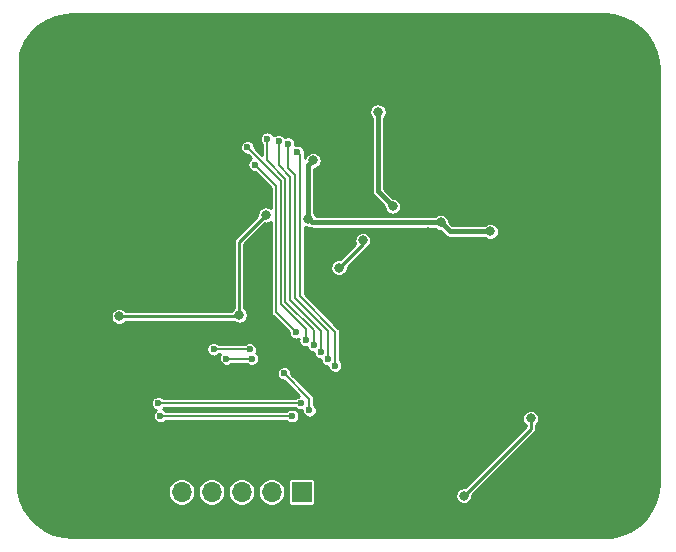
<source format=gbr>
%TF.GenerationSoftware,KiCad,Pcbnew,(5.1.6-0-10_14)*%
%TF.CreationDate,2021-02-23T09:24:48-06:00*%
%TF.ProjectId,MBFrontEnd,4d424672-6f6e-4744-956e-642e6b696361,rev?*%
%TF.SameCoordinates,Original*%
%TF.FileFunction,Copper,L2,Bot*%
%TF.FilePolarity,Positive*%
%FSLAX46Y46*%
G04 Gerber Fmt 4.6, Leading zero omitted, Abs format (unit mm)*
G04 Created by KiCad (PCBNEW (5.1.6-0-10_14)) date 2021-02-23 09:24:48*
%MOMM*%
%LPD*%
G01*
G04 APERTURE LIST*
%TA.AperFunction,ComponentPad*%
%ADD10C,6.400000*%
%TD*%
%TA.AperFunction,SMDPad,CuDef*%
%ADD11R,5.080000X2.420000*%
%TD*%
%TA.AperFunction,ViaPad*%
%ADD12C,0.970000*%
%TD*%
%TA.AperFunction,Conductor*%
%ADD13R,0.950000X0.460000*%
%TD*%
%TA.AperFunction,ComponentPad*%
%ADD14R,1.700000X1.700000*%
%TD*%
%TA.AperFunction,ComponentPad*%
%ADD15O,1.700000X1.700000*%
%TD*%
%TA.AperFunction,ViaPad*%
%ADD16C,0.800000*%
%TD*%
%TA.AperFunction,ViaPad*%
%ADD17C,0.600000*%
%TD*%
%TA.AperFunction,Conductor*%
%ADD18C,0.400000*%
%TD*%
%TA.AperFunction,Conductor*%
%ADD19C,0.250000*%
%TD*%
%TA.AperFunction,Conductor*%
%ADD20C,0.200000*%
%TD*%
%TA.AperFunction,Conductor*%
%ADD21C,0.254000*%
%TD*%
G04 APERTURE END LIST*
D10*
%TO.P,REF\u002A\u002A,1*%
%TO.N,GND*%
X60000000Y-110000000D03*
%TD*%
%TO.P,REF\u002A\u002A,1*%
%TO.N,GND*%
X105000000Y-110000000D03*
%TD*%
%TO.P,REF\u002A\u002A,1*%
%TO.N,GND*%
X60000000Y-145000000D03*
%TD*%
%TO.P,REF\u002A\u002A,1*%
%TO.N,GND*%
X105000000Y-144780000D03*
%TD*%
D11*
%TO.P,J1,2*%
%TO.N,GND*%
X57980000Y-117620000D03*
X57980000Y-126380000D03*
D12*
%TD*%
%TO.N,GND*%
%TO.C,J1*%
X61420000Y-117620000D03*
%TO.N,GND*%
%TO.C,J1*%
X61420000Y-126380000D03*
D13*
X60970000Y-117620000D03*
X60970000Y-126380000D03*
%TD*%
%TO.N,GND*%
%TO.C,J2*%
X103980000Y-117620000D03*
X103980000Y-126380000D03*
D12*
X103530000Y-117620000D03*
X103530000Y-126380000D03*
D11*
%TD*%
%TO.P,J2,2*%
%TO.N,GND*%
X106970000Y-117620000D03*
%TO.P,J2,2*%
%TO.N,GND*%
X106970000Y-126380000D03*
%TD*%
D14*
%TO.P,J3,1*%
%TO.N,Net-(J3-Pad1)*%
X79390000Y-145800000D03*
D15*
%TO.P,J3,2*%
%TO.N,Net-(J3-Pad2)*%
X76850000Y-145800000D03*
%TO.P,J3,3*%
%TO.N,Net-(J3-Pad3)*%
X74310000Y-145800000D03*
%TO.P,J3,4*%
%TO.N,+5V*%
X71770000Y-145800000D03*
%TO.P,J3,5*%
%TO.N,+3V3*%
X69230000Y-145800000D03*
%TO.P,J3,6*%
%TO.N,GND*%
X66690000Y-145800000D03*
%TD*%
D16*
%TO.N,GND*%
X67190000Y-132400000D03*
X61850000Y-137170000D03*
X83810000Y-116980000D03*
X87910000Y-116940000D03*
X85660000Y-146210000D03*
X91405000Y-139755000D03*
X68470000Y-134230000D03*
X80350000Y-126360000D03*
X81787500Y-115012500D03*
X83840000Y-120980000D03*
X88050000Y-120940000D03*
X92270000Y-126040000D03*
X67790000Y-114020000D03*
X97870000Y-132720000D03*
X99807500Y-130837500D03*
X97740000Y-144430000D03*
X87250000Y-126470000D03*
X79000000Y-113390000D03*
X92270000Y-114510000D03*
X89940000Y-114490000D03*
X68440000Y-111690000D03*
X90120000Y-123820000D03*
X92270000Y-119030000D03*
X76340000Y-128190000D03*
X70450000Y-128210000D03*
X69390000Y-123320000D03*
X70260000Y-120130000D03*
%TO.N,+5V*%
X87120000Y-121610000D03*
X85860000Y-113620000D03*
%TO.N,-5V*%
X95380000Y-123750000D03*
X93130000Y-146130000D03*
X98790000Y-139580000D03*
X91159998Y-122980000D03*
X80360000Y-117730000D03*
%TO.N,Net-(R3-Pad1)*%
X84580000Y-124510000D03*
X82560000Y-126820000D03*
%TO.N,GND*%
X68170000Y-136300000D03*
X74780000Y-136120000D03*
X75390000Y-143400002D03*
%TO.N,-5V*%
X79940054Y-122700000D03*
D17*
%TO.N,Net-(J3-Pad1)*%
X67250000Y-138279996D03*
X79349999Y-138280000D03*
%TO.N,Net-(J3-Pad2)*%
X67440000Y-139380000D03*
X78590000Y-139370001D03*
D16*
%TO.N,+3V3*%
X63945000Y-130930000D03*
X76380000Y-122350000D03*
X74100002Y-130830000D03*
D17*
%TO.N,Net-(U2-Pad20)*%
X74800000Y-116620000D03*
X79760000Y-132941570D03*
%TO.N,Net-(U2-Pad19)*%
X76484134Y-115897068D03*
X80430700Y-133377666D03*
%TO.N,Net-(U2-Pad17)*%
X77454749Y-116100275D03*
X81030710Y-133980000D03*
%TO.N,Net-(U2-Pad16)*%
X78228656Y-116310126D03*
X81630720Y-134570000D03*
%TO.N,Net-(U2-Pad15)*%
X79020000Y-117020000D03*
X82230730Y-135120000D03*
%TO.N,Net-(U2-Pad1)*%
X75428234Y-118096778D03*
X78920000Y-132280000D03*
%TO.N,Net-(R11-Pad1)*%
X80060000Y-138890000D03*
X77909979Y-135763496D03*
%TO.N,Net-(JP2-Pad1)*%
X75005483Y-133736568D03*
X71960000Y-133720000D03*
%TO.N,Net-(JP1-Pad1)*%
X75190000Y-134515000D03*
X73027763Y-134515375D03*
%TD*%
D18*
%TO.N,GND*%
X99870000Y-132720000D02*
X99870000Y-130980000D01*
D19*
%TO.N,-5V*%
X93130000Y-146130000D02*
X98810000Y-140450000D01*
X98810000Y-139600000D02*
X98790000Y-139580000D01*
X98810000Y-140450000D02*
X98810000Y-139600000D01*
D18*
X91929998Y-123750000D02*
X91159998Y-122980000D01*
X95380000Y-123750000D02*
X91929998Y-123750000D01*
X91159998Y-122980000D02*
X80267500Y-122980000D01*
X79960001Y-118129999D02*
X80360000Y-117730000D01*
X80267500Y-122980000D02*
X79960001Y-122672501D01*
X79960001Y-122672501D02*
X79960001Y-118129999D01*
%TO.N,+5V*%
X85860000Y-120350000D02*
X85860000Y-113620000D01*
X87120000Y-121610000D02*
X85860000Y-120350000D01*
D19*
%TO.N,Net-(R3-Pad1)*%
X84580000Y-124800000D02*
X82560000Y-126820000D01*
X84580000Y-124510000D02*
X84580000Y-124800000D01*
D20*
%TO.N,Net-(J3-Pad1)*%
X67250000Y-138279996D02*
X79349995Y-138279996D01*
X79349995Y-138279996D02*
X79349999Y-138280000D01*
%TO.N,Net-(J3-Pad2)*%
X78580001Y-139380000D02*
X78590000Y-139370001D01*
X67440000Y-139380000D02*
X78580001Y-139380000D01*
D19*
%TO.N,+3V3*%
X74000002Y-130930000D02*
X74100002Y-130830000D01*
X63945000Y-130930000D02*
X74000002Y-130930000D01*
X74100002Y-124629998D02*
X76380000Y-122350000D01*
X74100002Y-130830000D02*
X74100002Y-124629998D01*
D20*
%TO.N,Net-(U2-Pad20)*%
X77620011Y-129900011D02*
X79760000Y-132040000D01*
X79760000Y-132040000D02*
X79760000Y-132941570D01*
X77620011Y-119440011D02*
X77620011Y-129900011D01*
X74800000Y-116620000D02*
X77620011Y-119440011D01*
%TO.N,Net-(U2-Pad19)*%
X76484134Y-115897068D02*
X76484134Y-117738434D01*
X78020022Y-119274322D02*
X78020022Y-129714322D01*
X76484134Y-117738434D02*
X78020022Y-119274322D01*
X78020022Y-129714322D02*
X80430700Y-132125000D01*
X80430700Y-132125000D02*
X80430700Y-133377666D01*
%TO.N,Net-(U2-Pad17)*%
X78440022Y-129568622D02*
X81030710Y-132159310D01*
X77454749Y-116100275D02*
X77454749Y-118143349D01*
X81030710Y-132159310D02*
X81030710Y-133980000D01*
X77454749Y-118143349D02*
X78440022Y-119128622D01*
X78440022Y-119128622D02*
X78440022Y-129568622D01*
%TO.N,Net-(U2-Pad16)*%
X78840033Y-118962933D02*
X78840033Y-129402933D01*
X78228656Y-118351556D02*
X78840033Y-118962933D01*
X78840033Y-129402933D02*
X81630720Y-132193620D01*
X78228656Y-116310126D02*
X78228656Y-118351556D01*
X81630720Y-132193620D02*
X81630720Y-134570000D01*
%TO.N,Net-(U2-Pad15)*%
X82230730Y-132227930D02*
X82230730Y-135120000D01*
X79240044Y-129237244D02*
X82230730Y-132227930D01*
X79020000Y-117020000D02*
X79240044Y-117240044D01*
X79240044Y-117240044D02*
X79240044Y-129237244D01*
%TO.N,Net-(U2-Pad1)*%
X78920000Y-132280000D02*
X77220001Y-130580001D01*
X77220001Y-119888545D02*
X75428234Y-118096778D01*
X77220001Y-130580001D02*
X77220001Y-119888545D01*
%TO.N,Net-(R11-Pad1)*%
X80060000Y-137913517D02*
X77909979Y-135763496D01*
X80060000Y-138890000D02*
X80060000Y-137913517D01*
%TO.N,Net-(JP2-Pad1)*%
X71976568Y-133736568D02*
X71960000Y-133720000D01*
X75005483Y-133736568D02*
X71976568Y-133736568D01*
%TO.N,Net-(JP1-Pad1)*%
X73294998Y-134515000D02*
X73290000Y-134510002D01*
X75190000Y-134515000D02*
X73294998Y-134515000D01*
%TD*%
D21*
%TO.N,GND*%
G36*
X105822842Y-105426835D02*
G01*
X106619675Y-105644824D01*
X107365312Y-106000476D01*
X108036187Y-106482548D01*
X108611087Y-107075798D01*
X109071846Y-107761481D01*
X109403902Y-108517924D01*
X109597404Y-109323916D01*
X109648000Y-110012911D01*
X109648001Y-144984317D01*
X109573165Y-145822842D01*
X109355176Y-146619673D01*
X108999523Y-147365315D01*
X108517452Y-148036187D01*
X107924202Y-148611087D01*
X107238519Y-149071846D01*
X106482076Y-149403902D01*
X105676084Y-149597404D01*
X104987089Y-149648000D01*
X60015672Y-149648000D01*
X59177158Y-149573165D01*
X58380327Y-149355176D01*
X57634685Y-148999523D01*
X56963813Y-148517452D01*
X56388913Y-147924202D01*
X55928154Y-147238519D01*
X55596098Y-146482076D01*
X55404515Y-145684076D01*
X68053000Y-145684076D01*
X68053000Y-145915924D01*
X68098231Y-146143318D01*
X68186956Y-146357519D01*
X68315764Y-146550294D01*
X68479706Y-146714236D01*
X68672481Y-146843044D01*
X68886682Y-146931769D01*
X69114076Y-146977000D01*
X69345924Y-146977000D01*
X69573318Y-146931769D01*
X69787519Y-146843044D01*
X69980294Y-146714236D01*
X70144236Y-146550294D01*
X70273044Y-146357519D01*
X70361769Y-146143318D01*
X70407000Y-145915924D01*
X70407000Y-145684076D01*
X70593000Y-145684076D01*
X70593000Y-145915924D01*
X70638231Y-146143318D01*
X70726956Y-146357519D01*
X70855764Y-146550294D01*
X71019706Y-146714236D01*
X71212481Y-146843044D01*
X71426682Y-146931769D01*
X71654076Y-146977000D01*
X71885924Y-146977000D01*
X72113318Y-146931769D01*
X72327519Y-146843044D01*
X72520294Y-146714236D01*
X72684236Y-146550294D01*
X72813044Y-146357519D01*
X72901769Y-146143318D01*
X72947000Y-145915924D01*
X72947000Y-145684076D01*
X73133000Y-145684076D01*
X73133000Y-145915924D01*
X73178231Y-146143318D01*
X73266956Y-146357519D01*
X73395764Y-146550294D01*
X73559706Y-146714236D01*
X73752481Y-146843044D01*
X73966682Y-146931769D01*
X74194076Y-146977000D01*
X74425924Y-146977000D01*
X74653318Y-146931769D01*
X74867519Y-146843044D01*
X75060294Y-146714236D01*
X75224236Y-146550294D01*
X75353044Y-146357519D01*
X75441769Y-146143318D01*
X75487000Y-145915924D01*
X75487000Y-145684076D01*
X75673000Y-145684076D01*
X75673000Y-145915924D01*
X75718231Y-146143318D01*
X75806956Y-146357519D01*
X75935764Y-146550294D01*
X76099706Y-146714236D01*
X76292481Y-146843044D01*
X76506682Y-146931769D01*
X76734076Y-146977000D01*
X76965924Y-146977000D01*
X77193318Y-146931769D01*
X77407519Y-146843044D01*
X77600294Y-146714236D01*
X77764236Y-146550294D01*
X77893044Y-146357519D01*
X77981769Y-146143318D01*
X78027000Y-145915924D01*
X78027000Y-145684076D01*
X77981769Y-145456682D01*
X77893044Y-145242481D01*
X77764236Y-145049706D01*
X77664530Y-144950000D01*
X78211418Y-144950000D01*
X78211418Y-146650000D01*
X78217732Y-146714103D01*
X78236430Y-146775743D01*
X78266794Y-146832550D01*
X78307657Y-146882343D01*
X78357450Y-146923206D01*
X78414257Y-146953570D01*
X78475897Y-146972268D01*
X78540000Y-146978582D01*
X80240000Y-146978582D01*
X80304103Y-146972268D01*
X80365743Y-146953570D01*
X80422550Y-146923206D01*
X80472343Y-146882343D01*
X80513206Y-146832550D01*
X80543570Y-146775743D01*
X80562268Y-146714103D01*
X80568582Y-146650000D01*
X80568582Y-146058397D01*
X92403000Y-146058397D01*
X92403000Y-146201603D01*
X92430938Y-146342058D01*
X92485741Y-146474364D01*
X92565302Y-146593436D01*
X92666564Y-146694698D01*
X92785636Y-146774259D01*
X92917942Y-146829062D01*
X93058397Y-146857000D01*
X93201603Y-146857000D01*
X93342058Y-146829062D01*
X93474364Y-146774259D01*
X93593436Y-146694698D01*
X93694698Y-146593436D01*
X93774259Y-146474364D01*
X93829062Y-146342058D01*
X93857000Y-146201603D01*
X93857000Y-146058397D01*
X93854317Y-146044906D01*
X99113906Y-140785318D01*
X99131159Y-140771159D01*
X99187643Y-140702333D01*
X99229614Y-140623810D01*
X99255460Y-140538607D01*
X99262000Y-140472205D01*
X99262000Y-140472204D01*
X99264187Y-140450001D01*
X99262000Y-140427796D01*
X99262000Y-140136134D01*
X99354698Y-140043436D01*
X99434259Y-139924364D01*
X99489062Y-139792058D01*
X99517000Y-139651603D01*
X99517000Y-139508397D01*
X99489062Y-139367942D01*
X99434259Y-139235636D01*
X99354698Y-139116564D01*
X99253436Y-139015302D01*
X99134364Y-138935741D01*
X99002058Y-138880938D01*
X98861603Y-138853000D01*
X98718397Y-138853000D01*
X98577942Y-138880938D01*
X98445636Y-138935741D01*
X98326564Y-139015302D01*
X98225302Y-139116564D01*
X98145741Y-139235636D01*
X98090938Y-139367942D01*
X98063000Y-139508397D01*
X98063000Y-139651603D01*
X98090938Y-139792058D01*
X98145741Y-139924364D01*
X98225302Y-140043436D01*
X98326564Y-140144698D01*
X98358000Y-140165703D01*
X98358000Y-140262776D01*
X93215094Y-145405683D01*
X93201603Y-145403000D01*
X93058397Y-145403000D01*
X92917942Y-145430938D01*
X92785636Y-145485741D01*
X92666564Y-145565302D01*
X92565302Y-145666564D01*
X92485741Y-145785636D01*
X92430938Y-145917942D01*
X92403000Y-146058397D01*
X80568582Y-146058397D01*
X80568582Y-144950000D01*
X80562268Y-144885897D01*
X80543570Y-144824257D01*
X80513206Y-144767450D01*
X80472343Y-144717657D01*
X80422550Y-144676794D01*
X80365743Y-144646430D01*
X80304103Y-144627732D01*
X80240000Y-144621418D01*
X78540000Y-144621418D01*
X78475897Y-144627732D01*
X78414257Y-144646430D01*
X78357450Y-144676794D01*
X78307657Y-144717657D01*
X78266794Y-144767450D01*
X78236430Y-144824257D01*
X78217732Y-144885897D01*
X78211418Y-144950000D01*
X77664530Y-144950000D01*
X77600294Y-144885764D01*
X77407519Y-144756956D01*
X77193318Y-144668231D01*
X76965924Y-144623000D01*
X76734076Y-144623000D01*
X76506682Y-144668231D01*
X76292481Y-144756956D01*
X76099706Y-144885764D01*
X75935764Y-145049706D01*
X75806956Y-145242481D01*
X75718231Y-145456682D01*
X75673000Y-145684076D01*
X75487000Y-145684076D01*
X75441769Y-145456682D01*
X75353044Y-145242481D01*
X75224236Y-145049706D01*
X75060294Y-144885764D01*
X74867519Y-144756956D01*
X74653318Y-144668231D01*
X74425924Y-144623000D01*
X74194076Y-144623000D01*
X73966682Y-144668231D01*
X73752481Y-144756956D01*
X73559706Y-144885764D01*
X73395764Y-145049706D01*
X73266956Y-145242481D01*
X73178231Y-145456682D01*
X73133000Y-145684076D01*
X72947000Y-145684076D01*
X72901769Y-145456682D01*
X72813044Y-145242481D01*
X72684236Y-145049706D01*
X72520294Y-144885764D01*
X72327519Y-144756956D01*
X72113318Y-144668231D01*
X71885924Y-144623000D01*
X71654076Y-144623000D01*
X71426682Y-144668231D01*
X71212481Y-144756956D01*
X71019706Y-144885764D01*
X70855764Y-145049706D01*
X70726956Y-145242481D01*
X70638231Y-145456682D01*
X70593000Y-145684076D01*
X70407000Y-145684076D01*
X70361769Y-145456682D01*
X70273044Y-145242481D01*
X70144236Y-145049706D01*
X69980294Y-144885764D01*
X69787519Y-144756956D01*
X69573318Y-144668231D01*
X69345924Y-144623000D01*
X69114076Y-144623000D01*
X68886682Y-144668231D01*
X68672481Y-144756956D01*
X68479706Y-144885764D01*
X68315764Y-145049706D01*
X68186956Y-145242481D01*
X68098231Y-145456682D01*
X68053000Y-145684076D01*
X55404515Y-145684076D01*
X55402596Y-145676084D01*
X55352000Y-144987089D01*
X55352000Y-138218242D01*
X66623000Y-138218242D01*
X66623000Y-138341750D01*
X66647095Y-138462885D01*
X66694360Y-138576992D01*
X66762977Y-138679685D01*
X66850311Y-138767019D01*
X66953004Y-138835636D01*
X67059876Y-138879904D01*
X67040311Y-138892977D01*
X66952977Y-138980311D01*
X66884360Y-139083004D01*
X66837095Y-139197111D01*
X66813000Y-139318246D01*
X66813000Y-139441754D01*
X66837095Y-139562889D01*
X66884360Y-139676996D01*
X66952977Y-139779689D01*
X67040311Y-139867023D01*
X67143004Y-139935640D01*
X67257111Y-139982905D01*
X67378246Y-140007000D01*
X67501754Y-140007000D01*
X67622889Y-139982905D01*
X67736996Y-139935640D01*
X67839689Y-139867023D01*
X67899712Y-139807000D01*
X78140287Y-139807000D01*
X78190311Y-139857024D01*
X78293004Y-139925641D01*
X78407111Y-139972906D01*
X78528246Y-139997001D01*
X78651754Y-139997001D01*
X78772889Y-139972906D01*
X78886996Y-139925641D01*
X78989689Y-139857024D01*
X79077023Y-139769690D01*
X79145640Y-139666997D01*
X79192905Y-139552890D01*
X79217000Y-139431755D01*
X79217000Y-139308247D01*
X79192905Y-139187112D01*
X79145640Y-139073005D01*
X79077023Y-138970312D01*
X78989689Y-138882978D01*
X78886996Y-138814361D01*
X78772889Y-138767096D01*
X78651754Y-138743001D01*
X78528246Y-138743001D01*
X78407111Y-138767096D01*
X78293004Y-138814361D01*
X78190311Y-138882978D01*
X78120289Y-138953000D01*
X67899712Y-138953000D01*
X67839689Y-138892977D01*
X67736996Y-138824360D01*
X67630124Y-138780092D01*
X67649689Y-138767019D01*
X67709712Y-138706996D01*
X78890283Y-138706996D01*
X78950310Y-138767023D01*
X79053003Y-138835640D01*
X79167110Y-138882905D01*
X79288245Y-138907000D01*
X79411753Y-138907000D01*
X79433000Y-138902774D01*
X79433000Y-138951754D01*
X79457095Y-139072889D01*
X79504360Y-139186996D01*
X79572977Y-139289689D01*
X79660311Y-139377023D01*
X79763004Y-139445640D01*
X79877111Y-139492905D01*
X79998246Y-139517000D01*
X80121754Y-139517000D01*
X80242889Y-139492905D01*
X80356996Y-139445640D01*
X80459689Y-139377023D01*
X80547023Y-139289689D01*
X80615640Y-139186996D01*
X80662905Y-139072889D01*
X80687000Y-138951754D01*
X80687000Y-138828246D01*
X80662905Y-138707111D01*
X80615640Y-138593004D01*
X80547023Y-138490311D01*
X80487000Y-138430288D01*
X80487000Y-137934484D01*
X80489065Y-137913517D01*
X80487000Y-137892550D01*
X80487000Y-137892539D01*
X80480822Y-137829810D01*
X80456405Y-137749321D01*
X80437948Y-137714790D01*
X80416755Y-137675140D01*
X80376768Y-137626416D01*
X80376764Y-137626412D01*
X80363395Y-137610122D01*
X80347105Y-137596753D01*
X78536979Y-135786628D01*
X78536979Y-135701742D01*
X78512884Y-135580607D01*
X78465619Y-135466500D01*
X78397002Y-135363807D01*
X78309668Y-135276473D01*
X78206975Y-135207856D01*
X78092868Y-135160591D01*
X77971733Y-135136496D01*
X77848225Y-135136496D01*
X77727090Y-135160591D01*
X77612983Y-135207856D01*
X77510290Y-135276473D01*
X77422956Y-135363807D01*
X77354339Y-135466500D01*
X77307074Y-135580607D01*
X77282979Y-135701742D01*
X77282979Y-135825250D01*
X77307074Y-135946385D01*
X77354339Y-136060492D01*
X77422956Y-136163185D01*
X77510290Y-136250519D01*
X77612983Y-136319136D01*
X77727090Y-136366401D01*
X77848225Y-136390496D01*
X77933111Y-136390496D01*
X79210983Y-137668368D01*
X79167110Y-137677095D01*
X79053003Y-137724360D01*
X78950310Y-137792977D01*
X78890291Y-137852996D01*
X67709712Y-137852996D01*
X67649689Y-137792973D01*
X67546996Y-137724356D01*
X67432889Y-137677091D01*
X67311754Y-137652996D01*
X67188246Y-137652996D01*
X67067111Y-137677091D01*
X66953004Y-137724356D01*
X66850311Y-137792973D01*
X66762977Y-137880307D01*
X66694360Y-137983000D01*
X66647095Y-138097107D01*
X66623000Y-138218242D01*
X55352000Y-138218242D01*
X55352000Y-133658246D01*
X71333000Y-133658246D01*
X71333000Y-133781754D01*
X71357095Y-133902889D01*
X71404360Y-134016996D01*
X71472977Y-134119689D01*
X71560311Y-134207023D01*
X71663004Y-134275640D01*
X71777111Y-134322905D01*
X71898246Y-134347000D01*
X72021754Y-134347000D01*
X72142889Y-134322905D01*
X72256996Y-134275640D01*
X72359689Y-134207023D01*
X72403144Y-134163568D01*
X72508746Y-134163568D01*
X72472123Y-134218379D01*
X72424858Y-134332486D01*
X72400763Y-134453621D01*
X72400763Y-134577129D01*
X72424858Y-134698264D01*
X72472123Y-134812371D01*
X72540740Y-134915064D01*
X72628074Y-135002398D01*
X72730767Y-135071015D01*
X72844874Y-135118280D01*
X72966009Y-135142375D01*
X73089517Y-135142375D01*
X73210652Y-135118280D01*
X73324759Y-135071015D01*
X73427452Y-135002398D01*
X73487850Y-134942000D01*
X74730288Y-134942000D01*
X74790311Y-135002023D01*
X74893004Y-135070640D01*
X75007111Y-135117905D01*
X75128246Y-135142000D01*
X75251754Y-135142000D01*
X75372889Y-135117905D01*
X75486996Y-135070640D01*
X75589689Y-135002023D01*
X75677023Y-134914689D01*
X75745640Y-134811996D01*
X75792905Y-134697889D01*
X75817000Y-134576754D01*
X75817000Y-134453246D01*
X75792905Y-134332111D01*
X75745640Y-134218004D01*
X75677023Y-134115311D01*
X75589689Y-134027977D01*
X75569128Y-134014239D01*
X75608388Y-133919457D01*
X75632483Y-133798322D01*
X75632483Y-133674814D01*
X75608388Y-133553679D01*
X75561123Y-133439572D01*
X75492506Y-133336879D01*
X75405172Y-133249545D01*
X75302479Y-133180928D01*
X75188372Y-133133663D01*
X75067237Y-133109568D01*
X74943729Y-133109568D01*
X74822594Y-133133663D01*
X74708487Y-133180928D01*
X74605794Y-133249545D01*
X74545771Y-133309568D01*
X72436280Y-133309568D01*
X72359689Y-133232977D01*
X72256996Y-133164360D01*
X72142889Y-133117095D01*
X72021754Y-133093000D01*
X71898246Y-133093000D01*
X71777111Y-133117095D01*
X71663004Y-133164360D01*
X71560311Y-133232977D01*
X71472977Y-133320311D01*
X71404360Y-133423004D01*
X71357095Y-133537111D01*
X71333000Y-133658246D01*
X55352000Y-133658246D01*
X55352000Y-130858397D01*
X63218000Y-130858397D01*
X63218000Y-131001603D01*
X63245938Y-131142058D01*
X63300741Y-131274364D01*
X63380302Y-131393436D01*
X63481564Y-131494698D01*
X63600636Y-131574259D01*
X63732942Y-131629062D01*
X63873397Y-131657000D01*
X64016603Y-131657000D01*
X64157058Y-131629062D01*
X64289364Y-131574259D01*
X64408436Y-131494698D01*
X64509698Y-131393436D01*
X64517339Y-131382000D01*
X73623868Y-131382000D01*
X73636566Y-131394698D01*
X73755638Y-131474259D01*
X73887944Y-131529062D01*
X74028399Y-131557000D01*
X74171605Y-131557000D01*
X74312060Y-131529062D01*
X74444366Y-131474259D01*
X74563438Y-131394698D01*
X74664700Y-131293436D01*
X74744261Y-131174364D01*
X74799064Y-131042058D01*
X74827002Y-130901603D01*
X74827002Y-130758397D01*
X74799064Y-130617942D01*
X74744261Y-130485636D01*
X74664700Y-130366564D01*
X74563438Y-130265302D01*
X74552002Y-130257661D01*
X74552002Y-124817221D01*
X76294908Y-123074317D01*
X76308397Y-123077000D01*
X76451603Y-123077000D01*
X76592058Y-123049062D01*
X76724364Y-122994259D01*
X76793002Y-122948397D01*
X76793001Y-130559034D01*
X76790936Y-130580001D01*
X76793001Y-130600968D01*
X76793001Y-130600978D01*
X76799179Y-130663707D01*
X76823596Y-130744196D01*
X76831187Y-130758397D01*
X76863246Y-130818377D01*
X76891008Y-130852205D01*
X76916606Y-130883396D01*
X76932901Y-130896769D01*
X78293000Y-132256869D01*
X78293000Y-132341754D01*
X78317095Y-132462889D01*
X78364360Y-132576996D01*
X78432977Y-132679689D01*
X78520311Y-132767023D01*
X78623004Y-132835640D01*
X78737111Y-132882905D01*
X78858246Y-132907000D01*
X78981754Y-132907000D01*
X79102889Y-132882905D01*
X79135034Y-132869590D01*
X79133000Y-132879816D01*
X79133000Y-133003324D01*
X79157095Y-133124459D01*
X79204360Y-133238566D01*
X79272977Y-133341259D01*
X79360311Y-133428593D01*
X79463004Y-133497210D01*
X79577111Y-133544475D01*
X79698246Y-133568570D01*
X79821754Y-133568570D01*
X79830402Y-133566850D01*
X79875060Y-133674662D01*
X79943677Y-133777355D01*
X80031011Y-133864689D01*
X80133704Y-133933306D01*
X80247811Y-133980571D01*
X80368946Y-134004666D01*
X80403710Y-134004666D01*
X80403710Y-134041754D01*
X80427805Y-134162889D01*
X80475070Y-134276996D01*
X80543687Y-134379689D01*
X80631021Y-134467023D01*
X80733714Y-134535640D01*
X80847821Y-134582905D01*
X80968956Y-134607000D01*
X81003720Y-134607000D01*
X81003720Y-134631754D01*
X81027815Y-134752889D01*
X81075080Y-134866996D01*
X81143697Y-134969689D01*
X81231031Y-135057023D01*
X81333724Y-135125640D01*
X81447831Y-135172905D01*
X81568966Y-135197000D01*
X81606763Y-135197000D01*
X81627825Y-135302889D01*
X81675090Y-135416996D01*
X81743707Y-135519689D01*
X81831041Y-135607023D01*
X81933734Y-135675640D01*
X82047841Y-135722905D01*
X82168976Y-135747000D01*
X82292484Y-135747000D01*
X82413619Y-135722905D01*
X82527726Y-135675640D01*
X82630419Y-135607023D01*
X82717753Y-135519689D01*
X82786370Y-135416996D01*
X82833635Y-135302889D01*
X82857730Y-135181754D01*
X82857730Y-135058246D01*
X82833635Y-134937111D01*
X82786370Y-134823004D01*
X82717753Y-134720311D01*
X82657730Y-134660288D01*
X82657730Y-132248897D01*
X82659795Y-132227930D01*
X82657730Y-132206963D01*
X82657730Y-132206952D01*
X82651552Y-132144223D01*
X82627135Y-132063734D01*
X82617906Y-132046468D01*
X82587486Y-131989553D01*
X82547498Y-131940829D01*
X82547494Y-131940825D01*
X82534125Y-131924535D01*
X82517836Y-131911167D01*
X79667044Y-129060376D01*
X79667044Y-126748397D01*
X81833000Y-126748397D01*
X81833000Y-126891603D01*
X81860938Y-127032058D01*
X81915741Y-127164364D01*
X81995302Y-127283436D01*
X82096564Y-127384698D01*
X82215636Y-127464259D01*
X82347942Y-127519062D01*
X82488397Y-127547000D01*
X82631603Y-127547000D01*
X82772058Y-127519062D01*
X82904364Y-127464259D01*
X83023436Y-127384698D01*
X83124698Y-127283436D01*
X83204259Y-127164364D01*
X83259062Y-127032058D01*
X83287000Y-126891603D01*
X83287000Y-126748397D01*
X83284317Y-126734907D01*
X84822965Y-125196260D01*
X84924364Y-125154259D01*
X85043436Y-125074698D01*
X85144698Y-124973436D01*
X85224259Y-124854364D01*
X85279062Y-124722058D01*
X85307000Y-124581603D01*
X85307000Y-124438397D01*
X85279062Y-124297942D01*
X85224259Y-124165636D01*
X85144698Y-124046564D01*
X85043436Y-123945302D01*
X84924364Y-123865741D01*
X84792058Y-123810938D01*
X84651603Y-123783000D01*
X84508397Y-123783000D01*
X84367942Y-123810938D01*
X84235636Y-123865741D01*
X84116564Y-123945302D01*
X84015302Y-124046564D01*
X83935741Y-124165636D01*
X83880938Y-124297942D01*
X83853000Y-124438397D01*
X83853000Y-124581603D01*
X83880938Y-124722058D01*
X83921293Y-124819483D01*
X82645093Y-126095683D01*
X82631603Y-126093000D01*
X82488397Y-126093000D01*
X82347942Y-126120938D01*
X82215636Y-126175741D01*
X82096564Y-126255302D01*
X81995302Y-126356564D01*
X81915741Y-126475636D01*
X81860938Y-126607942D01*
X81833000Y-126748397D01*
X79667044Y-126748397D01*
X79667044Y-123373815D01*
X79727996Y-123399062D01*
X79868451Y-123427000D01*
X79985825Y-123427000D01*
X80064850Y-123469239D01*
X80164190Y-123499374D01*
X80241619Y-123507000D01*
X80241621Y-123507000D01*
X80267499Y-123509549D01*
X80293377Y-123507000D01*
X90658864Y-123507000D01*
X90696562Y-123544698D01*
X90815634Y-123624259D01*
X90947940Y-123679062D01*
X91088395Y-123707000D01*
X91141709Y-123707000D01*
X91539047Y-124104339D01*
X91555550Y-124124448D01*
X91635796Y-124190304D01*
X91727348Y-124239239D01*
X91826688Y-124269374D01*
X91904117Y-124277000D01*
X91904119Y-124277000D01*
X91929997Y-124279549D01*
X91955875Y-124277000D01*
X94878866Y-124277000D01*
X94916564Y-124314698D01*
X95035636Y-124394259D01*
X95167942Y-124449062D01*
X95308397Y-124477000D01*
X95451603Y-124477000D01*
X95592058Y-124449062D01*
X95724364Y-124394259D01*
X95843436Y-124314698D01*
X95944698Y-124213436D01*
X96024259Y-124094364D01*
X96079062Y-123962058D01*
X96107000Y-123821603D01*
X96107000Y-123678397D01*
X96079062Y-123537942D01*
X96024259Y-123405636D01*
X95944698Y-123286564D01*
X95843436Y-123185302D01*
X95724364Y-123105741D01*
X95592058Y-123050938D01*
X95451603Y-123023000D01*
X95308397Y-123023000D01*
X95167942Y-123050938D01*
X95035636Y-123105741D01*
X94916564Y-123185302D01*
X94878866Y-123223000D01*
X92148288Y-123223000D01*
X91886998Y-122961711D01*
X91886998Y-122908397D01*
X91859060Y-122767942D01*
X91804257Y-122635636D01*
X91724696Y-122516564D01*
X91623434Y-122415302D01*
X91504362Y-122335741D01*
X91372056Y-122280938D01*
X91231601Y-122253000D01*
X91088395Y-122253000D01*
X90947940Y-122280938D01*
X90815634Y-122335741D01*
X90696562Y-122415302D01*
X90658864Y-122453000D01*
X80624643Y-122453000D01*
X80584313Y-122355636D01*
X80504752Y-122236564D01*
X80487001Y-122218813D01*
X80487001Y-118445981D01*
X80572058Y-118429062D01*
X80704364Y-118374259D01*
X80823436Y-118294698D01*
X80924698Y-118193436D01*
X81004259Y-118074364D01*
X81059062Y-117942058D01*
X81087000Y-117801603D01*
X81087000Y-117658397D01*
X81059062Y-117517942D01*
X81004259Y-117385636D01*
X80924698Y-117266564D01*
X80823436Y-117165302D01*
X80704364Y-117085741D01*
X80572058Y-117030938D01*
X80431603Y-117003000D01*
X80288397Y-117003000D01*
X80147942Y-117030938D01*
X80015636Y-117085741D01*
X79896564Y-117165302D01*
X79795302Y-117266564D01*
X79715741Y-117385636D01*
X79667044Y-117503201D01*
X79667044Y-117261010D01*
X79669109Y-117240043D01*
X79667044Y-117219076D01*
X79667044Y-117219066D01*
X79660866Y-117156337D01*
X79643531Y-117099194D01*
X79647000Y-117081754D01*
X79647000Y-116958246D01*
X79622905Y-116837111D01*
X79575640Y-116723004D01*
X79507023Y-116620311D01*
X79419689Y-116532977D01*
X79316996Y-116464360D01*
X79202889Y-116417095D01*
X79081754Y-116393000D01*
X78958246Y-116393000D01*
X78847056Y-116415117D01*
X78855656Y-116371880D01*
X78855656Y-116248372D01*
X78831561Y-116127237D01*
X78784296Y-116013130D01*
X78715679Y-115910437D01*
X78628345Y-115823103D01*
X78525652Y-115754486D01*
X78411545Y-115707221D01*
X78290410Y-115683126D01*
X78166902Y-115683126D01*
X78045767Y-115707221D01*
X77967788Y-115739521D01*
X77941772Y-115700586D01*
X77854438Y-115613252D01*
X77751745Y-115544635D01*
X77637638Y-115497370D01*
X77516503Y-115473275D01*
X77392995Y-115473275D01*
X77271860Y-115497370D01*
X77157753Y-115544635D01*
X77055060Y-115613252D01*
X77048112Y-115620200D01*
X77039774Y-115600072D01*
X76971157Y-115497379D01*
X76883823Y-115410045D01*
X76781130Y-115341428D01*
X76667023Y-115294163D01*
X76545888Y-115270068D01*
X76422380Y-115270068D01*
X76301245Y-115294163D01*
X76187138Y-115341428D01*
X76084445Y-115410045D01*
X75997111Y-115497379D01*
X75928494Y-115600072D01*
X75881229Y-115714179D01*
X75857134Y-115835314D01*
X75857134Y-115958822D01*
X75881229Y-116079957D01*
X75928494Y-116194064D01*
X75997111Y-116296757D01*
X76057134Y-116356780D01*
X76057135Y-117273266D01*
X75427000Y-116643132D01*
X75427000Y-116558246D01*
X75402905Y-116437111D01*
X75355640Y-116323004D01*
X75287023Y-116220311D01*
X75199689Y-116132977D01*
X75096996Y-116064360D01*
X74982889Y-116017095D01*
X74861754Y-115993000D01*
X74738246Y-115993000D01*
X74617111Y-116017095D01*
X74503004Y-116064360D01*
X74400311Y-116132977D01*
X74312977Y-116220311D01*
X74244360Y-116323004D01*
X74197095Y-116437111D01*
X74173000Y-116558246D01*
X74173000Y-116681754D01*
X74197095Y-116802889D01*
X74244360Y-116916996D01*
X74312977Y-117019689D01*
X74400311Y-117107023D01*
X74503004Y-117175640D01*
X74617111Y-117222905D01*
X74738246Y-117247000D01*
X74823132Y-117247000D01*
X75122865Y-117546733D01*
X75028545Y-117609755D01*
X74941211Y-117697089D01*
X74872594Y-117799782D01*
X74825329Y-117913889D01*
X74801234Y-118035024D01*
X74801234Y-118158532D01*
X74825329Y-118279667D01*
X74872594Y-118393774D01*
X74941211Y-118496467D01*
X75028545Y-118583801D01*
X75131238Y-118652418D01*
X75245345Y-118699683D01*
X75366480Y-118723778D01*
X75451366Y-118723778D01*
X76793002Y-120065416D01*
X76793002Y-121751603D01*
X76724364Y-121705741D01*
X76592058Y-121650938D01*
X76451603Y-121623000D01*
X76308397Y-121623000D01*
X76167942Y-121650938D01*
X76035636Y-121705741D01*
X75916564Y-121785302D01*
X75815302Y-121886564D01*
X75735741Y-122005636D01*
X75680938Y-122137942D01*
X75653000Y-122278397D01*
X75653000Y-122421603D01*
X75655683Y-122435092D01*
X73796098Y-124294679D01*
X73778844Y-124308839D01*
X73722360Y-124377665D01*
X73680388Y-124456189D01*
X73654542Y-124541391D01*
X73645815Y-124629998D01*
X73648003Y-124652213D01*
X73648002Y-130257661D01*
X73636566Y-130265302D01*
X73535304Y-130366564D01*
X73460845Y-130478000D01*
X64517339Y-130478000D01*
X64509698Y-130466564D01*
X64408436Y-130365302D01*
X64289364Y-130285741D01*
X64157058Y-130230938D01*
X64016603Y-130203000D01*
X63873397Y-130203000D01*
X63732942Y-130230938D01*
X63600636Y-130285741D01*
X63481564Y-130365302D01*
X63380302Y-130466564D01*
X63300741Y-130585636D01*
X63245938Y-130717942D01*
X63218000Y-130858397D01*
X55352000Y-130858397D01*
X55352000Y-130473681D01*
X55521365Y-113548397D01*
X85133000Y-113548397D01*
X85133000Y-113691603D01*
X85160938Y-113832058D01*
X85215741Y-113964364D01*
X85295302Y-114083436D01*
X85333001Y-114121135D01*
X85333000Y-120324119D01*
X85330451Y-120350000D01*
X85333000Y-120375880D01*
X85340626Y-120453309D01*
X85370761Y-120552649D01*
X85419696Y-120644202D01*
X85485552Y-120724448D01*
X85505666Y-120740955D01*
X86393000Y-121628290D01*
X86393000Y-121681603D01*
X86420938Y-121822058D01*
X86475741Y-121954364D01*
X86555302Y-122073436D01*
X86656564Y-122174698D01*
X86775636Y-122254259D01*
X86907942Y-122309062D01*
X87048397Y-122337000D01*
X87191603Y-122337000D01*
X87332058Y-122309062D01*
X87464364Y-122254259D01*
X87583436Y-122174698D01*
X87684698Y-122073436D01*
X87764259Y-121954364D01*
X87819062Y-121822058D01*
X87847000Y-121681603D01*
X87847000Y-121538397D01*
X87819062Y-121397942D01*
X87764259Y-121265636D01*
X87684698Y-121146564D01*
X87583436Y-121045302D01*
X87464364Y-120965741D01*
X87332058Y-120910938D01*
X87191603Y-120883000D01*
X87138290Y-120883000D01*
X86387000Y-120131711D01*
X86387000Y-114121134D01*
X86424698Y-114083436D01*
X86504259Y-113964364D01*
X86559062Y-113832058D01*
X86587000Y-113691603D01*
X86587000Y-113548397D01*
X86559062Y-113407942D01*
X86504259Y-113275636D01*
X86424698Y-113156564D01*
X86323436Y-113055302D01*
X86204364Y-112975741D01*
X86072058Y-112920938D01*
X85931603Y-112893000D01*
X85788397Y-112893000D01*
X85647942Y-112920938D01*
X85515636Y-112975741D01*
X85396564Y-113055302D01*
X85295302Y-113156564D01*
X85215741Y-113275636D01*
X85160938Y-113407942D01*
X85133000Y-113548397D01*
X55521365Y-113548397D01*
X55570357Y-108652530D01*
X55644824Y-108380325D01*
X56000476Y-107634688D01*
X56482548Y-106963813D01*
X57075798Y-106388913D01*
X57761481Y-105928154D01*
X58517924Y-105596098D01*
X59323916Y-105402596D01*
X60012911Y-105352000D01*
X104984328Y-105352000D01*
X105822842Y-105426835D01*
G37*
X105822842Y-105426835D02*
X106619675Y-105644824D01*
X107365312Y-106000476D01*
X108036187Y-106482548D01*
X108611087Y-107075798D01*
X109071846Y-107761481D01*
X109403902Y-108517924D01*
X109597404Y-109323916D01*
X109648000Y-110012911D01*
X109648001Y-144984317D01*
X109573165Y-145822842D01*
X109355176Y-146619673D01*
X108999523Y-147365315D01*
X108517452Y-148036187D01*
X107924202Y-148611087D01*
X107238519Y-149071846D01*
X106482076Y-149403902D01*
X105676084Y-149597404D01*
X104987089Y-149648000D01*
X60015672Y-149648000D01*
X59177158Y-149573165D01*
X58380327Y-149355176D01*
X57634685Y-148999523D01*
X56963813Y-148517452D01*
X56388913Y-147924202D01*
X55928154Y-147238519D01*
X55596098Y-146482076D01*
X55404515Y-145684076D01*
X68053000Y-145684076D01*
X68053000Y-145915924D01*
X68098231Y-146143318D01*
X68186956Y-146357519D01*
X68315764Y-146550294D01*
X68479706Y-146714236D01*
X68672481Y-146843044D01*
X68886682Y-146931769D01*
X69114076Y-146977000D01*
X69345924Y-146977000D01*
X69573318Y-146931769D01*
X69787519Y-146843044D01*
X69980294Y-146714236D01*
X70144236Y-146550294D01*
X70273044Y-146357519D01*
X70361769Y-146143318D01*
X70407000Y-145915924D01*
X70407000Y-145684076D01*
X70593000Y-145684076D01*
X70593000Y-145915924D01*
X70638231Y-146143318D01*
X70726956Y-146357519D01*
X70855764Y-146550294D01*
X71019706Y-146714236D01*
X71212481Y-146843044D01*
X71426682Y-146931769D01*
X71654076Y-146977000D01*
X71885924Y-146977000D01*
X72113318Y-146931769D01*
X72327519Y-146843044D01*
X72520294Y-146714236D01*
X72684236Y-146550294D01*
X72813044Y-146357519D01*
X72901769Y-146143318D01*
X72947000Y-145915924D01*
X72947000Y-145684076D01*
X73133000Y-145684076D01*
X73133000Y-145915924D01*
X73178231Y-146143318D01*
X73266956Y-146357519D01*
X73395764Y-146550294D01*
X73559706Y-146714236D01*
X73752481Y-146843044D01*
X73966682Y-146931769D01*
X74194076Y-146977000D01*
X74425924Y-146977000D01*
X74653318Y-146931769D01*
X74867519Y-146843044D01*
X75060294Y-146714236D01*
X75224236Y-146550294D01*
X75353044Y-146357519D01*
X75441769Y-146143318D01*
X75487000Y-145915924D01*
X75487000Y-145684076D01*
X75673000Y-145684076D01*
X75673000Y-145915924D01*
X75718231Y-146143318D01*
X75806956Y-146357519D01*
X75935764Y-146550294D01*
X76099706Y-146714236D01*
X76292481Y-146843044D01*
X76506682Y-146931769D01*
X76734076Y-146977000D01*
X76965924Y-146977000D01*
X77193318Y-146931769D01*
X77407519Y-146843044D01*
X77600294Y-146714236D01*
X77764236Y-146550294D01*
X77893044Y-146357519D01*
X77981769Y-146143318D01*
X78027000Y-145915924D01*
X78027000Y-145684076D01*
X77981769Y-145456682D01*
X77893044Y-145242481D01*
X77764236Y-145049706D01*
X77664530Y-144950000D01*
X78211418Y-144950000D01*
X78211418Y-146650000D01*
X78217732Y-146714103D01*
X78236430Y-146775743D01*
X78266794Y-146832550D01*
X78307657Y-146882343D01*
X78357450Y-146923206D01*
X78414257Y-146953570D01*
X78475897Y-146972268D01*
X78540000Y-146978582D01*
X80240000Y-146978582D01*
X80304103Y-146972268D01*
X80365743Y-146953570D01*
X80422550Y-146923206D01*
X80472343Y-146882343D01*
X80513206Y-146832550D01*
X80543570Y-146775743D01*
X80562268Y-146714103D01*
X80568582Y-146650000D01*
X80568582Y-146058397D01*
X92403000Y-146058397D01*
X92403000Y-146201603D01*
X92430938Y-146342058D01*
X92485741Y-146474364D01*
X92565302Y-146593436D01*
X92666564Y-146694698D01*
X92785636Y-146774259D01*
X92917942Y-146829062D01*
X93058397Y-146857000D01*
X93201603Y-146857000D01*
X93342058Y-146829062D01*
X93474364Y-146774259D01*
X93593436Y-146694698D01*
X93694698Y-146593436D01*
X93774259Y-146474364D01*
X93829062Y-146342058D01*
X93857000Y-146201603D01*
X93857000Y-146058397D01*
X93854317Y-146044906D01*
X99113906Y-140785318D01*
X99131159Y-140771159D01*
X99187643Y-140702333D01*
X99229614Y-140623810D01*
X99255460Y-140538607D01*
X99262000Y-140472205D01*
X99262000Y-140472204D01*
X99264187Y-140450001D01*
X99262000Y-140427796D01*
X99262000Y-140136134D01*
X99354698Y-140043436D01*
X99434259Y-139924364D01*
X99489062Y-139792058D01*
X99517000Y-139651603D01*
X99517000Y-139508397D01*
X99489062Y-139367942D01*
X99434259Y-139235636D01*
X99354698Y-139116564D01*
X99253436Y-139015302D01*
X99134364Y-138935741D01*
X99002058Y-138880938D01*
X98861603Y-138853000D01*
X98718397Y-138853000D01*
X98577942Y-138880938D01*
X98445636Y-138935741D01*
X98326564Y-139015302D01*
X98225302Y-139116564D01*
X98145741Y-139235636D01*
X98090938Y-139367942D01*
X98063000Y-139508397D01*
X98063000Y-139651603D01*
X98090938Y-139792058D01*
X98145741Y-139924364D01*
X98225302Y-140043436D01*
X98326564Y-140144698D01*
X98358000Y-140165703D01*
X98358000Y-140262776D01*
X93215094Y-145405683D01*
X93201603Y-145403000D01*
X93058397Y-145403000D01*
X92917942Y-145430938D01*
X92785636Y-145485741D01*
X92666564Y-145565302D01*
X92565302Y-145666564D01*
X92485741Y-145785636D01*
X92430938Y-145917942D01*
X92403000Y-146058397D01*
X80568582Y-146058397D01*
X80568582Y-144950000D01*
X80562268Y-144885897D01*
X80543570Y-144824257D01*
X80513206Y-144767450D01*
X80472343Y-144717657D01*
X80422550Y-144676794D01*
X80365743Y-144646430D01*
X80304103Y-144627732D01*
X80240000Y-144621418D01*
X78540000Y-144621418D01*
X78475897Y-144627732D01*
X78414257Y-144646430D01*
X78357450Y-144676794D01*
X78307657Y-144717657D01*
X78266794Y-144767450D01*
X78236430Y-144824257D01*
X78217732Y-144885897D01*
X78211418Y-144950000D01*
X77664530Y-144950000D01*
X77600294Y-144885764D01*
X77407519Y-144756956D01*
X77193318Y-144668231D01*
X76965924Y-144623000D01*
X76734076Y-144623000D01*
X76506682Y-144668231D01*
X76292481Y-144756956D01*
X76099706Y-144885764D01*
X75935764Y-145049706D01*
X75806956Y-145242481D01*
X75718231Y-145456682D01*
X75673000Y-145684076D01*
X75487000Y-145684076D01*
X75441769Y-145456682D01*
X75353044Y-145242481D01*
X75224236Y-145049706D01*
X75060294Y-144885764D01*
X74867519Y-144756956D01*
X74653318Y-144668231D01*
X74425924Y-144623000D01*
X74194076Y-144623000D01*
X73966682Y-144668231D01*
X73752481Y-144756956D01*
X73559706Y-144885764D01*
X73395764Y-145049706D01*
X73266956Y-145242481D01*
X73178231Y-145456682D01*
X73133000Y-145684076D01*
X72947000Y-145684076D01*
X72901769Y-145456682D01*
X72813044Y-145242481D01*
X72684236Y-145049706D01*
X72520294Y-144885764D01*
X72327519Y-144756956D01*
X72113318Y-144668231D01*
X71885924Y-144623000D01*
X71654076Y-144623000D01*
X71426682Y-144668231D01*
X71212481Y-144756956D01*
X71019706Y-144885764D01*
X70855764Y-145049706D01*
X70726956Y-145242481D01*
X70638231Y-145456682D01*
X70593000Y-145684076D01*
X70407000Y-145684076D01*
X70361769Y-145456682D01*
X70273044Y-145242481D01*
X70144236Y-145049706D01*
X69980294Y-144885764D01*
X69787519Y-144756956D01*
X69573318Y-144668231D01*
X69345924Y-144623000D01*
X69114076Y-144623000D01*
X68886682Y-144668231D01*
X68672481Y-144756956D01*
X68479706Y-144885764D01*
X68315764Y-145049706D01*
X68186956Y-145242481D01*
X68098231Y-145456682D01*
X68053000Y-145684076D01*
X55404515Y-145684076D01*
X55402596Y-145676084D01*
X55352000Y-144987089D01*
X55352000Y-138218242D01*
X66623000Y-138218242D01*
X66623000Y-138341750D01*
X66647095Y-138462885D01*
X66694360Y-138576992D01*
X66762977Y-138679685D01*
X66850311Y-138767019D01*
X66953004Y-138835636D01*
X67059876Y-138879904D01*
X67040311Y-138892977D01*
X66952977Y-138980311D01*
X66884360Y-139083004D01*
X66837095Y-139197111D01*
X66813000Y-139318246D01*
X66813000Y-139441754D01*
X66837095Y-139562889D01*
X66884360Y-139676996D01*
X66952977Y-139779689D01*
X67040311Y-139867023D01*
X67143004Y-139935640D01*
X67257111Y-139982905D01*
X67378246Y-140007000D01*
X67501754Y-140007000D01*
X67622889Y-139982905D01*
X67736996Y-139935640D01*
X67839689Y-139867023D01*
X67899712Y-139807000D01*
X78140287Y-139807000D01*
X78190311Y-139857024D01*
X78293004Y-139925641D01*
X78407111Y-139972906D01*
X78528246Y-139997001D01*
X78651754Y-139997001D01*
X78772889Y-139972906D01*
X78886996Y-139925641D01*
X78989689Y-139857024D01*
X79077023Y-139769690D01*
X79145640Y-139666997D01*
X79192905Y-139552890D01*
X79217000Y-139431755D01*
X79217000Y-139308247D01*
X79192905Y-139187112D01*
X79145640Y-139073005D01*
X79077023Y-138970312D01*
X78989689Y-138882978D01*
X78886996Y-138814361D01*
X78772889Y-138767096D01*
X78651754Y-138743001D01*
X78528246Y-138743001D01*
X78407111Y-138767096D01*
X78293004Y-138814361D01*
X78190311Y-138882978D01*
X78120289Y-138953000D01*
X67899712Y-138953000D01*
X67839689Y-138892977D01*
X67736996Y-138824360D01*
X67630124Y-138780092D01*
X67649689Y-138767019D01*
X67709712Y-138706996D01*
X78890283Y-138706996D01*
X78950310Y-138767023D01*
X79053003Y-138835640D01*
X79167110Y-138882905D01*
X79288245Y-138907000D01*
X79411753Y-138907000D01*
X79433000Y-138902774D01*
X79433000Y-138951754D01*
X79457095Y-139072889D01*
X79504360Y-139186996D01*
X79572977Y-139289689D01*
X79660311Y-139377023D01*
X79763004Y-139445640D01*
X79877111Y-139492905D01*
X79998246Y-139517000D01*
X80121754Y-139517000D01*
X80242889Y-139492905D01*
X80356996Y-139445640D01*
X80459689Y-139377023D01*
X80547023Y-139289689D01*
X80615640Y-139186996D01*
X80662905Y-139072889D01*
X80687000Y-138951754D01*
X80687000Y-138828246D01*
X80662905Y-138707111D01*
X80615640Y-138593004D01*
X80547023Y-138490311D01*
X80487000Y-138430288D01*
X80487000Y-137934484D01*
X80489065Y-137913517D01*
X80487000Y-137892550D01*
X80487000Y-137892539D01*
X80480822Y-137829810D01*
X80456405Y-137749321D01*
X80437948Y-137714790D01*
X80416755Y-137675140D01*
X80376768Y-137626416D01*
X80376764Y-137626412D01*
X80363395Y-137610122D01*
X80347105Y-137596753D01*
X78536979Y-135786628D01*
X78536979Y-135701742D01*
X78512884Y-135580607D01*
X78465619Y-135466500D01*
X78397002Y-135363807D01*
X78309668Y-135276473D01*
X78206975Y-135207856D01*
X78092868Y-135160591D01*
X77971733Y-135136496D01*
X77848225Y-135136496D01*
X77727090Y-135160591D01*
X77612983Y-135207856D01*
X77510290Y-135276473D01*
X77422956Y-135363807D01*
X77354339Y-135466500D01*
X77307074Y-135580607D01*
X77282979Y-135701742D01*
X77282979Y-135825250D01*
X77307074Y-135946385D01*
X77354339Y-136060492D01*
X77422956Y-136163185D01*
X77510290Y-136250519D01*
X77612983Y-136319136D01*
X77727090Y-136366401D01*
X77848225Y-136390496D01*
X77933111Y-136390496D01*
X79210983Y-137668368D01*
X79167110Y-137677095D01*
X79053003Y-137724360D01*
X78950310Y-137792977D01*
X78890291Y-137852996D01*
X67709712Y-137852996D01*
X67649689Y-137792973D01*
X67546996Y-137724356D01*
X67432889Y-137677091D01*
X67311754Y-137652996D01*
X67188246Y-137652996D01*
X67067111Y-137677091D01*
X66953004Y-137724356D01*
X66850311Y-137792973D01*
X66762977Y-137880307D01*
X66694360Y-137983000D01*
X66647095Y-138097107D01*
X66623000Y-138218242D01*
X55352000Y-138218242D01*
X55352000Y-133658246D01*
X71333000Y-133658246D01*
X71333000Y-133781754D01*
X71357095Y-133902889D01*
X71404360Y-134016996D01*
X71472977Y-134119689D01*
X71560311Y-134207023D01*
X71663004Y-134275640D01*
X71777111Y-134322905D01*
X71898246Y-134347000D01*
X72021754Y-134347000D01*
X72142889Y-134322905D01*
X72256996Y-134275640D01*
X72359689Y-134207023D01*
X72403144Y-134163568D01*
X72508746Y-134163568D01*
X72472123Y-134218379D01*
X72424858Y-134332486D01*
X72400763Y-134453621D01*
X72400763Y-134577129D01*
X72424858Y-134698264D01*
X72472123Y-134812371D01*
X72540740Y-134915064D01*
X72628074Y-135002398D01*
X72730767Y-135071015D01*
X72844874Y-135118280D01*
X72966009Y-135142375D01*
X73089517Y-135142375D01*
X73210652Y-135118280D01*
X73324759Y-135071015D01*
X73427452Y-135002398D01*
X73487850Y-134942000D01*
X74730288Y-134942000D01*
X74790311Y-135002023D01*
X74893004Y-135070640D01*
X75007111Y-135117905D01*
X75128246Y-135142000D01*
X75251754Y-135142000D01*
X75372889Y-135117905D01*
X75486996Y-135070640D01*
X75589689Y-135002023D01*
X75677023Y-134914689D01*
X75745640Y-134811996D01*
X75792905Y-134697889D01*
X75817000Y-134576754D01*
X75817000Y-134453246D01*
X75792905Y-134332111D01*
X75745640Y-134218004D01*
X75677023Y-134115311D01*
X75589689Y-134027977D01*
X75569128Y-134014239D01*
X75608388Y-133919457D01*
X75632483Y-133798322D01*
X75632483Y-133674814D01*
X75608388Y-133553679D01*
X75561123Y-133439572D01*
X75492506Y-133336879D01*
X75405172Y-133249545D01*
X75302479Y-133180928D01*
X75188372Y-133133663D01*
X75067237Y-133109568D01*
X74943729Y-133109568D01*
X74822594Y-133133663D01*
X74708487Y-133180928D01*
X74605794Y-133249545D01*
X74545771Y-133309568D01*
X72436280Y-133309568D01*
X72359689Y-133232977D01*
X72256996Y-133164360D01*
X72142889Y-133117095D01*
X72021754Y-133093000D01*
X71898246Y-133093000D01*
X71777111Y-133117095D01*
X71663004Y-133164360D01*
X71560311Y-133232977D01*
X71472977Y-133320311D01*
X71404360Y-133423004D01*
X71357095Y-133537111D01*
X71333000Y-133658246D01*
X55352000Y-133658246D01*
X55352000Y-130858397D01*
X63218000Y-130858397D01*
X63218000Y-131001603D01*
X63245938Y-131142058D01*
X63300741Y-131274364D01*
X63380302Y-131393436D01*
X63481564Y-131494698D01*
X63600636Y-131574259D01*
X63732942Y-131629062D01*
X63873397Y-131657000D01*
X64016603Y-131657000D01*
X64157058Y-131629062D01*
X64289364Y-131574259D01*
X64408436Y-131494698D01*
X64509698Y-131393436D01*
X64517339Y-131382000D01*
X73623868Y-131382000D01*
X73636566Y-131394698D01*
X73755638Y-131474259D01*
X73887944Y-131529062D01*
X74028399Y-131557000D01*
X74171605Y-131557000D01*
X74312060Y-131529062D01*
X74444366Y-131474259D01*
X74563438Y-131394698D01*
X74664700Y-131293436D01*
X74744261Y-131174364D01*
X74799064Y-131042058D01*
X74827002Y-130901603D01*
X74827002Y-130758397D01*
X74799064Y-130617942D01*
X74744261Y-130485636D01*
X74664700Y-130366564D01*
X74563438Y-130265302D01*
X74552002Y-130257661D01*
X74552002Y-124817221D01*
X76294908Y-123074317D01*
X76308397Y-123077000D01*
X76451603Y-123077000D01*
X76592058Y-123049062D01*
X76724364Y-122994259D01*
X76793002Y-122948397D01*
X76793001Y-130559034D01*
X76790936Y-130580001D01*
X76793001Y-130600968D01*
X76793001Y-130600978D01*
X76799179Y-130663707D01*
X76823596Y-130744196D01*
X76831187Y-130758397D01*
X76863246Y-130818377D01*
X76891008Y-130852205D01*
X76916606Y-130883396D01*
X76932901Y-130896769D01*
X78293000Y-132256869D01*
X78293000Y-132341754D01*
X78317095Y-132462889D01*
X78364360Y-132576996D01*
X78432977Y-132679689D01*
X78520311Y-132767023D01*
X78623004Y-132835640D01*
X78737111Y-132882905D01*
X78858246Y-132907000D01*
X78981754Y-132907000D01*
X79102889Y-132882905D01*
X79135034Y-132869590D01*
X79133000Y-132879816D01*
X79133000Y-133003324D01*
X79157095Y-133124459D01*
X79204360Y-133238566D01*
X79272977Y-133341259D01*
X79360311Y-133428593D01*
X79463004Y-133497210D01*
X79577111Y-133544475D01*
X79698246Y-133568570D01*
X79821754Y-133568570D01*
X79830402Y-133566850D01*
X79875060Y-133674662D01*
X79943677Y-133777355D01*
X80031011Y-133864689D01*
X80133704Y-133933306D01*
X80247811Y-133980571D01*
X80368946Y-134004666D01*
X80403710Y-134004666D01*
X80403710Y-134041754D01*
X80427805Y-134162889D01*
X80475070Y-134276996D01*
X80543687Y-134379689D01*
X80631021Y-134467023D01*
X80733714Y-134535640D01*
X80847821Y-134582905D01*
X80968956Y-134607000D01*
X81003720Y-134607000D01*
X81003720Y-134631754D01*
X81027815Y-134752889D01*
X81075080Y-134866996D01*
X81143697Y-134969689D01*
X81231031Y-135057023D01*
X81333724Y-135125640D01*
X81447831Y-135172905D01*
X81568966Y-135197000D01*
X81606763Y-135197000D01*
X81627825Y-135302889D01*
X81675090Y-135416996D01*
X81743707Y-135519689D01*
X81831041Y-135607023D01*
X81933734Y-135675640D01*
X82047841Y-135722905D01*
X82168976Y-135747000D01*
X82292484Y-135747000D01*
X82413619Y-135722905D01*
X82527726Y-135675640D01*
X82630419Y-135607023D01*
X82717753Y-135519689D01*
X82786370Y-135416996D01*
X82833635Y-135302889D01*
X82857730Y-135181754D01*
X82857730Y-135058246D01*
X82833635Y-134937111D01*
X82786370Y-134823004D01*
X82717753Y-134720311D01*
X82657730Y-134660288D01*
X82657730Y-132248897D01*
X82659795Y-132227930D01*
X82657730Y-132206963D01*
X82657730Y-132206952D01*
X82651552Y-132144223D01*
X82627135Y-132063734D01*
X82617906Y-132046468D01*
X82587486Y-131989553D01*
X82547498Y-131940829D01*
X82547494Y-131940825D01*
X82534125Y-131924535D01*
X82517836Y-131911167D01*
X79667044Y-129060376D01*
X79667044Y-126748397D01*
X81833000Y-126748397D01*
X81833000Y-126891603D01*
X81860938Y-127032058D01*
X81915741Y-127164364D01*
X81995302Y-127283436D01*
X82096564Y-127384698D01*
X82215636Y-127464259D01*
X82347942Y-127519062D01*
X82488397Y-127547000D01*
X82631603Y-127547000D01*
X82772058Y-127519062D01*
X82904364Y-127464259D01*
X83023436Y-127384698D01*
X83124698Y-127283436D01*
X83204259Y-127164364D01*
X83259062Y-127032058D01*
X83287000Y-126891603D01*
X83287000Y-126748397D01*
X83284317Y-126734907D01*
X84822965Y-125196260D01*
X84924364Y-125154259D01*
X85043436Y-125074698D01*
X85144698Y-124973436D01*
X85224259Y-124854364D01*
X85279062Y-124722058D01*
X85307000Y-124581603D01*
X85307000Y-124438397D01*
X85279062Y-124297942D01*
X85224259Y-124165636D01*
X85144698Y-124046564D01*
X85043436Y-123945302D01*
X84924364Y-123865741D01*
X84792058Y-123810938D01*
X84651603Y-123783000D01*
X84508397Y-123783000D01*
X84367942Y-123810938D01*
X84235636Y-123865741D01*
X84116564Y-123945302D01*
X84015302Y-124046564D01*
X83935741Y-124165636D01*
X83880938Y-124297942D01*
X83853000Y-124438397D01*
X83853000Y-124581603D01*
X83880938Y-124722058D01*
X83921293Y-124819483D01*
X82645093Y-126095683D01*
X82631603Y-126093000D01*
X82488397Y-126093000D01*
X82347942Y-126120938D01*
X82215636Y-126175741D01*
X82096564Y-126255302D01*
X81995302Y-126356564D01*
X81915741Y-126475636D01*
X81860938Y-126607942D01*
X81833000Y-126748397D01*
X79667044Y-126748397D01*
X79667044Y-123373815D01*
X79727996Y-123399062D01*
X79868451Y-123427000D01*
X79985825Y-123427000D01*
X80064850Y-123469239D01*
X80164190Y-123499374D01*
X80241619Y-123507000D01*
X80241621Y-123507000D01*
X80267499Y-123509549D01*
X80293377Y-123507000D01*
X90658864Y-123507000D01*
X90696562Y-123544698D01*
X90815634Y-123624259D01*
X90947940Y-123679062D01*
X91088395Y-123707000D01*
X91141709Y-123707000D01*
X91539047Y-124104339D01*
X91555550Y-124124448D01*
X91635796Y-124190304D01*
X91727348Y-124239239D01*
X91826688Y-124269374D01*
X91904117Y-124277000D01*
X91904119Y-124277000D01*
X91929997Y-124279549D01*
X91955875Y-124277000D01*
X94878866Y-124277000D01*
X94916564Y-124314698D01*
X95035636Y-124394259D01*
X95167942Y-124449062D01*
X95308397Y-124477000D01*
X95451603Y-124477000D01*
X95592058Y-124449062D01*
X95724364Y-124394259D01*
X95843436Y-124314698D01*
X95944698Y-124213436D01*
X96024259Y-124094364D01*
X96079062Y-123962058D01*
X96107000Y-123821603D01*
X96107000Y-123678397D01*
X96079062Y-123537942D01*
X96024259Y-123405636D01*
X95944698Y-123286564D01*
X95843436Y-123185302D01*
X95724364Y-123105741D01*
X95592058Y-123050938D01*
X95451603Y-123023000D01*
X95308397Y-123023000D01*
X95167942Y-123050938D01*
X95035636Y-123105741D01*
X94916564Y-123185302D01*
X94878866Y-123223000D01*
X92148288Y-123223000D01*
X91886998Y-122961711D01*
X91886998Y-122908397D01*
X91859060Y-122767942D01*
X91804257Y-122635636D01*
X91724696Y-122516564D01*
X91623434Y-122415302D01*
X91504362Y-122335741D01*
X91372056Y-122280938D01*
X91231601Y-122253000D01*
X91088395Y-122253000D01*
X90947940Y-122280938D01*
X90815634Y-122335741D01*
X90696562Y-122415302D01*
X90658864Y-122453000D01*
X80624643Y-122453000D01*
X80584313Y-122355636D01*
X80504752Y-122236564D01*
X80487001Y-122218813D01*
X80487001Y-118445981D01*
X80572058Y-118429062D01*
X80704364Y-118374259D01*
X80823436Y-118294698D01*
X80924698Y-118193436D01*
X81004259Y-118074364D01*
X81059062Y-117942058D01*
X81087000Y-117801603D01*
X81087000Y-117658397D01*
X81059062Y-117517942D01*
X81004259Y-117385636D01*
X80924698Y-117266564D01*
X80823436Y-117165302D01*
X80704364Y-117085741D01*
X80572058Y-117030938D01*
X80431603Y-117003000D01*
X80288397Y-117003000D01*
X80147942Y-117030938D01*
X80015636Y-117085741D01*
X79896564Y-117165302D01*
X79795302Y-117266564D01*
X79715741Y-117385636D01*
X79667044Y-117503201D01*
X79667044Y-117261010D01*
X79669109Y-117240043D01*
X79667044Y-117219076D01*
X79667044Y-117219066D01*
X79660866Y-117156337D01*
X79643531Y-117099194D01*
X79647000Y-117081754D01*
X79647000Y-116958246D01*
X79622905Y-116837111D01*
X79575640Y-116723004D01*
X79507023Y-116620311D01*
X79419689Y-116532977D01*
X79316996Y-116464360D01*
X79202889Y-116417095D01*
X79081754Y-116393000D01*
X78958246Y-116393000D01*
X78847056Y-116415117D01*
X78855656Y-116371880D01*
X78855656Y-116248372D01*
X78831561Y-116127237D01*
X78784296Y-116013130D01*
X78715679Y-115910437D01*
X78628345Y-115823103D01*
X78525652Y-115754486D01*
X78411545Y-115707221D01*
X78290410Y-115683126D01*
X78166902Y-115683126D01*
X78045767Y-115707221D01*
X77967788Y-115739521D01*
X77941772Y-115700586D01*
X77854438Y-115613252D01*
X77751745Y-115544635D01*
X77637638Y-115497370D01*
X77516503Y-115473275D01*
X77392995Y-115473275D01*
X77271860Y-115497370D01*
X77157753Y-115544635D01*
X77055060Y-115613252D01*
X77048112Y-115620200D01*
X77039774Y-115600072D01*
X76971157Y-115497379D01*
X76883823Y-115410045D01*
X76781130Y-115341428D01*
X76667023Y-115294163D01*
X76545888Y-115270068D01*
X76422380Y-115270068D01*
X76301245Y-115294163D01*
X76187138Y-115341428D01*
X76084445Y-115410045D01*
X75997111Y-115497379D01*
X75928494Y-115600072D01*
X75881229Y-115714179D01*
X75857134Y-115835314D01*
X75857134Y-115958822D01*
X75881229Y-116079957D01*
X75928494Y-116194064D01*
X75997111Y-116296757D01*
X76057134Y-116356780D01*
X76057135Y-117273266D01*
X75427000Y-116643132D01*
X75427000Y-116558246D01*
X75402905Y-116437111D01*
X75355640Y-116323004D01*
X75287023Y-116220311D01*
X75199689Y-116132977D01*
X75096996Y-116064360D01*
X74982889Y-116017095D01*
X74861754Y-115993000D01*
X74738246Y-115993000D01*
X74617111Y-116017095D01*
X74503004Y-116064360D01*
X74400311Y-116132977D01*
X74312977Y-116220311D01*
X74244360Y-116323004D01*
X74197095Y-116437111D01*
X74173000Y-116558246D01*
X74173000Y-116681754D01*
X74197095Y-116802889D01*
X74244360Y-116916996D01*
X74312977Y-117019689D01*
X74400311Y-117107023D01*
X74503004Y-117175640D01*
X74617111Y-117222905D01*
X74738246Y-117247000D01*
X74823132Y-117247000D01*
X75122865Y-117546733D01*
X75028545Y-117609755D01*
X74941211Y-117697089D01*
X74872594Y-117799782D01*
X74825329Y-117913889D01*
X74801234Y-118035024D01*
X74801234Y-118158532D01*
X74825329Y-118279667D01*
X74872594Y-118393774D01*
X74941211Y-118496467D01*
X75028545Y-118583801D01*
X75131238Y-118652418D01*
X75245345Y-118699683D01*
X75366480Y-118723778D01*
X75451366Y-118723778D01*
X76793002Y-120065416D01*
X76793002Y-121751603D01*
X76724364Y-121705741D01*
X76592058Y-121650938D01*
X76451603Y-121623000D01*
X76308397Y-121623000D01*
X76167942Y-121650938D01*
X76035636Y-121705741D01*
X75916564Y-121785302D01*
X75815302Y-121886564D01*
X75735741Y-122005636D01*
X75680938Y-122137942D01*
X75653000Y-122278397D01*
X75653000Y-122421603D01*
X75655683Y-122435092D01*
X73796098Y-124294679D01*
X73778844Y-124308839D01*
X73722360Y-124377665D01*
X73680388Y-124456189D01*
X73654542Y-124541391D01*
X73645815Y-124629998D01*
X73648003Y-124652213D01*
X73648002Y-130257661D01*
X73636566Y-130265302D01*
X73535304Y-130366564D01*
X73460845Y-130478000D01*
X64517339Y-130478000D01*
X64509698Y-130466564D01*
X64408436Y-130365302D01*
X64289364Y-130285741D01*
X64157058Y-130230938D01*
X64016603Y-130203000D01*
X63873397Y-130203000D01*
X63732942Y-130230938D01*
X63600636Y-130285741D01*
X63481564Y-130365302D01*
X63380302Y-130466564D01*
X63300741Y-130585636D01*
X63245938Y-130717942D01*
X63218000Y-130858397D01*
X55352000Y-130858397D01*
X55352000Y-130473681D01*
X55521365Y-113548397D01*
X85133000Y-113548397D01*
X85133000Y-113691603D01*
X85160938Y-113832058D01*
X85215741Y-113964364D01*
X85295302Y-114083436D01*
X85333001Y-114121135D01*
X85333000Y-120324119D01*
X85330451Y-120350000D01*
X85333000Y-120375880D01*
X85340626Y-120453309D01*
X85370761Y-120552649D01*
X85419696Y-120644202D01*
X85485552Y-120724448D01*
X85505666Y-120740955D01*
X86393000Y-121628290D01*
X86393000Y-121681603D01*
X86420938Y-121822058D01*
X86475741Y-121954364D01*
X86555302Y-122073436D01*
X86656564Y-122174698D01*
X86775636Y-122254259D01*
X86907942Y-122309062D01*
X87048397Y-122337000D01*
X87191603Y-122337000D01*
X87332058Y-122309062D01*
X87464364Y-122254259D01*
X87583436Y-122174698D01*
X87684698Y-122073436D01*
X87764259Y-121954364D01*
X87819062Y-121822058D01*
X87847000Y-121681603D01*
X87847000Y-121538397D01*
X87819062Y-121397942D01*
X87764259Y-121265636D01*
X87684698Y-121146564D01*
X87583436Y-121045302D01*
X87464364Y-120965741D01*
X87332058Y-120910938D01*
X87191603Y-120883000D01*
X87138290Y-120883000D01*
X86387000Y-120131711D01*
X86387000Y-114121134D01*
X86424698Y-114083436D01*
X86504259Y-113964364D01*
X86559062Y-113832058D01*
X86587000Y-113691603D01*
X86587000Y-113548397D01*
X86559062Y-113407942D01*
X86504259Y-113275636D01*
X86424698Y-113156564D01*
X86323436Y-113055302D01*
X86204364Y-112975741D01*
X86072058Y-112920938D01*
X85931603Y-112893000D01*
X85788397Y-112893000D01*
X85647942Y-112920938D01*
X85515636Y-112975741D01*
X85396564Y-113055302D01*
X85295302Y-113156564D01*
X85215741Y-113275636D01*
X85160938Y-113407942D01*
X85133000Y-113548397D01*
X55521365Y-113548397D01*
X55570357Y-108652530D01*
X55644824Y-108380325D01*
X56000476Y-107634688D01*
X56482548Y-106963813D01*
X57075798Y-106388913D01*
X57761481Y-105928154D01*
X58517924Y-105596098D01*
X59323916Y-105402596D01*
X60012911Y-105352000D01*
X104984328Y-105352000D01*
X105822842Y-105426835D01*
%TD*%
M02*

</source>
